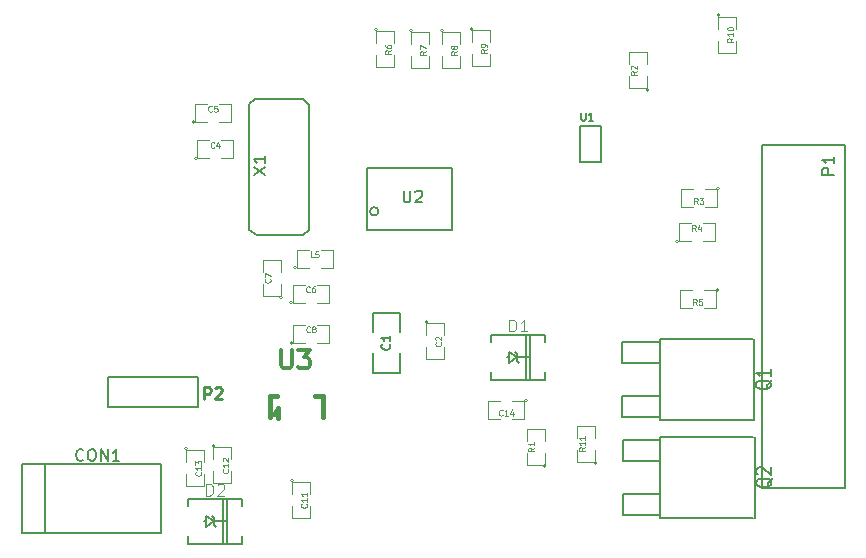
<source format=gto>
G04 (created by PCBNEW (2013-07-07 BZR 4022)-stable) date 8/20/2014 2:47:30 AM*
%MOIN*%
G04 Gerber Fmt 3.4, Leading zero omitted, Abs format*
%FSLAX34Y34*%
G01*
G70*
G90*
G04 APERTURE LIST*
%ADD10C,0.00590551*%
%ADD11C,0.0039*%
%ADD12C,0.005*%
%ADD13C,0.015*%
%ADD14C,0.0043*%
%ADD15C,0.0047*%
%ADD16C,0.008*%
%ADD17C,0.012*%
%ADD18C,0.00984252*%
G04 APERTURE END LIST*
G54D10*
G54D11*
X81900Y-36668D02*
G75*
G03X81900Y-36668I-50J0D01*
G74*
G01*
X81400Y-36668D02*
X81800Y-36668D01*
X81800Y-36668D02*
X81800Y-37268D01*
X81800Y-37268D02*
X81400Y-37268D01*
X81000Y-37268D02*
X80600Y-37268D01*
X80600Y-37268D02*
X80600Y-36668D01*
X80600Y-36668D02*
X81000Y-36668D01*
X67722Y-43031D02*
G75*
G03X67722Y-43031I-50J0D01*
G74*
G01*
X67672Y-43481D02*
X67672Y-43081D01*
X67672Y-43081D02*
X68272Y-43081D01*
X68272Y-43081D02*
X68272Y-43481D01*
X68272Y-43881D02*
X68272Y-44281D01*
X68272Y-44281D02*
X67672Y-44281D01*
X67672Y-44281D02*
X67672Y-43881D01*
X64198Y-41968D02*
G75*
G03X64198Y-41968I-50J0D01*
G74*
G01*
X64148Y-42418D02*
X64148Y-42018D01*
X64148Y-42018D02*
X64748Y-42018D01*
X64748Y-42018D02*
X64748Y-42418D01*
X64748Y-42818D02*
X64748Y-43218D01*
X64748Y-43218D02*
X64148Y-43218D01*
X64148Y-43218D02*
X64148Y-42818D01*
X65104Y-41869D02*
G75*
G03X65104Y-41869I-50J0D01*
G74*
G01*
X65054Y-42319D02*
X65054Y-41919D01*
X65054Y-41919D02*
X65654Y-41919D01*
X65654Y-41919D02*
X65654Y-42319D01*
X65654Y-42719D02*
X65654Y-43119D01*
X65654Y-43119D02*
X65054Y-43119D01*
X65054Y-43119D02*
X65054Y-42719D01*
X80561Y-35053D02*
G75*
G03X80561Y-35053I-50J0D01*
G74*
G01*
X80961Y-35053D02*
X80561Y-35053D01*
X80561Y-35053D02*
X80561Y-34453D01*
X80561Y-34453D02*
X80961Y-34453D01*
X81361Y-34453D02*
X81761Y-34453D01*
X81761Y-34453D02*
X81761Y-35053D01*
X81761Y-35053D02*
X81361Y-35053D01*
X81930Y-33302D02*
G75*
G03X81930Y-33302I-50J0D01*
G74*
G01*
X81430Y-33302D02*
X81830Y-33302D01*
X81830Y-33302D02*
X81830Y-33902D01*
X81830Y-33902D02*
X81430Y-33902D01*
X81030Y-33902D02*
X80630Y-33902D01*
X80630Y-33902D02*
X80630Y-33302D01*
X80630Y-33302D02*
X81030Y-33302D01*
X79566Y-30004D02*
G75*
G03X79566Y-30004I-50J0D01*
G74*
G01*
X79516Y-29554D02*
X79516Y-29954D01*
X79516Y-29954D02*
X78916Y-29954D01*
X78916Y-29954D02*
X78916Y-29554D01*
X78916Y-29154D02*
X78916Y-28754D01*
X78916Y-28754D02*
X79516Y-28754D01*
X79516Y-28754D02*
X79516Y-29154D01*
X72198Y-37739D02*
G75*
G03X72198Y-37739I-50J0D01*
G74*
G01*
X72148Y-38189D02*
X72148Y-37789D01*
X72148Y-37789D02*
X72748Y-37789D01*
X72748Y-37789D02*
X72748Y-38189D01*
X72748Y-38589D02*
X72748Y-38989D01*
X72748Y-38989D02*
X72148Y-38989D01*
X72148Y-38989D02*
X72148Y-38589D01*
X67699Y-37091D02*
G75*
G03X67699Y-37091I-50J0D01*
G74*
G01*
X68099Y-37091D02*
X67699Y-37091D01*
X67699Y-37091D02*
X67699Y-36491D01*
X67699Y-36491D02*
X68099Y-36491D01*
X68499Y-36491D02*
X68899Y-36491D01*
X68899Y-36491D02*
X68899Y-37091D01*
X68899Y-37091D02*
X68499Y-37091D01*
X76147Y-42549D02*
G75*
G03X76147Y-42549I-50J0D01*
G74*
G01*
X76097Y-42099D02*
X76097Y-42499D01*
X76097Y-42499D02*
X75497Y-42499D01*
X75497Y-42499D02*
X75497Y-42099D01*
X75497Y-41699D02*
X75497Y-41299D01*
X75497Y-41299D02*
X76097Y-41299D01*
X76097Y-41299D02*
X76097Y-41699D01*
X67707Y-38429D02*
G75*
G03X67707Y-38429I-50J0D01*
G74*
G01*
X68107Y-38429D02*
X67707Y-38429D01*
X67707Y-38429D02*
X67707Y-37829D01*
X67707Y-37829D02*
X68107Y-37829D01*
X68507Y-37829D02*
X68907Y-37829D01*
X68907Y-37829D02*
X68907Y-38429D01*
X68907Y-38429D02*
X68507Y-38429D01*
X67357Y-36921D02*
G75*
G03X67357Y-36921I-50J0D01*
G74*
G01*
X67307Y-36471D02*
X67307Y-36871D01*
X67307Y-36871D02*
X66707Y-36871D01*
X66707Y-36871D02*
X66707Y-36471D01*
X66707Y-36071D02*
X66707Y-35671D01*
X66707Y-35671D02*
X67307Y-35671D01*
X67307Y-35671D02*
X67307Y-36071D01*
X67829Y-35929D02*
G75*
G03X67829Y-35929I-50J0D01*
G74*
G01*
X68229Y-35929D02*
X67829Y-35929D01*
X67829Y-35929D02*
X67829Y-35329D01*
X67829Y-35329D02*
X68229Y-35329D01*
X68629Y-35329D02*
X69029Y-35329D01*
X69029Y-35329D02*
X69029Y-35929D01*
X69029Y-35929D02*
X68629Y-35929D01*
X64439Y-31079D02*
G75*
G03X64439Y-31079I-50J0D01*
G74*
G01*
X64839Y-31079D02*
X64439Y-31079D01*
X64439Y-31079D02*
X64439Y-30479D01*
X64439Y-30479D02*
X64839Y-30479D01*
X65239Y-30479D02*
X65639Y-30479D01*
X65639Y-30479D02*
X65639Y-31079D01*
X65639Y-31079D02*
X65239Y-31079D01*
X64518Y-32288D02*
G75*
G03X64518Y-32288I-50J0D01*
G74*
G01*
X64918Y-32288D02*
X64518Y-32288D01*
X64518Y-32288D02*
X64518Y-31688D01*
X64518Y-31688D02*
X64918Y-31688D01*
X65318Y-31688D02*
X65718Y-31688D01*
X65718Y-31688D02*
X65718Y-32288D01*
X65718Y-32288D02*
X65318Y-32288D01*
G54D12*
X64818Y-44389D02*
X64738Y-44389D01*
X64218Y-43639D02*
X66018Y-43639D01*
X66018Y-43639D02*
X66018Y-43889D01*
X65378Y-45139D02*
X65378Y-43639D01*
X65508Y-45139D02*
X65508Y-43639D01*
X64218Y-44889D02*
X64218Y-45139D01*
X64218Y-45139D02*
X66018Y-45139D01*
X66018Y-45139D02*
X66018Y-44889D01*
X64218Y-43889D02*
X64218Y-43639D01*
X65068Y-44389D02*
X64818Y-44202D01*
X64818Y-44202D02*
X64818Y-44389D01*
X64818Y-44389D02*
X64818Y-44576D01*
X64818Y-44576D02*
X65068Y-44389D01*
X65068Y-44389D02*
X65068Y-44264D01*
X65068Y-44264D02*
X65006Y-44202D01*
X65068Y-44389D02*
X65068Y-44514D01*
X65068Y-44514D02*
X65130Y-44576D01*
X65068Y-44389D02*
X65505Y-44389D01*
G54D11*
X75522Y-40359D02*
G75*
G03X75522Y-40359I-50J0D01*
G74*
G01*
X75022Y-40359D02*
X75422Y-40359D01*
X75422Y-40359D02*
X75422Y-40959D01*
X75422Y-40959D02*
X75022Y-40959D01*
X74622Y-40959D02*
X74222Y-40959D01*
X74222Y-40959D02*
X74222Y-40359D01*
X74222Y-40359D02*
X74622Y-40359D01*
G54D12*
X71288Y-37429D02*
X70388Y-37429D01*
X70388Y-37429D02*
X70388Y-38079D01*
X71288Y-38779D02*
X71288Y-39429D01*
X71288Y-39429D02*
X70388Y-39429D01*
X70388Y-39429D02*
X70388Y-38779D01*
X71288Y-38079D02*
X71288Y-37429D01*
G54D11*
X70527Y-28003D02*
G75*
G03X70527Y-28003I-50J0D01*
G74*
G01*
X70477Y-28453D02*
X70477Y-28053D01*
X70477Y-28053D02*
X71077Y-28053D01*
X71077Y-28053D02*
X71077Y-28453D01*
X71077Y-28853D02*
X71077Y-29253D01*
X71077Y-29253D02*
X70477Y-29253D01*
X70477Y-29253D02*
X70477Y-28853D01*
X72722Y-28033D02*
G75*
G03X72722Y-28033I-50J0D01*
G74*
G01*
X72672Y-28483D02*
X72672Y-28083D01*
X72672Y-28083D02*
X73272Y-28083D01*
X73272Y-28083D02*
X73272Y-28483D01*
X73272Y-28883D02*
X73272Y-29283D01*
X73272Y-29283D02*
X72672Y-29283D01*
X72672Y-29283D02*
X72672Y-28883D01*
X73716Y-27974D02*
G75*
G03X73716Y-27974I-50J0D01*
G74*
G01*
X73666Y-28424D02*
X73666Y-28024D01*
X73666Y-28024D02*
X74266Y-28024D01*
X74266Y-28024D02*
X74266Y-28424D01*
X74266Y-28824D02*
X74266Y-29224D01*
X74266Y-29224D02*
X73666Y-29224D01*
X73666Y-29224D02*
X73666Y-28824D01*
X81935Y-27509D02*
G75*
G03X81935Y-27509I-50J0D01*
G74*
G01*
X81885Y-27959D02*
X81885Y-27559D01*
X81885Y-27559D02*
X82485Y-27559D01*
X82485Y-27559D02*
X82485Y-27959D01*
X82485Y-28359D02*
X82485Y-28759D01*
X82485Y-28759D02*
X81885Y-28759D01*
X81885Y-28759D02*
X81885Y-28359D01*
G54D10*
X70559Y-34051D02*
G75*
G03X70559Y-34051I-141J0D01*
G74*
G01*
X70181Y-32594D02*
X73015Y-32594D01*
X73015Y-32594D02*
X73015Y-34681D01*
X73015Y-34681D02*
X70181Y-34681D01*
X70181Y-34681D02*
X70181Y-32594D01*
G54D12*
X79930Y-40195D02*
X78680Y-40195D01*
X78680Y-40195D02*
X78680Y-40895D01*
X78680Y-40895D02*
X79930Y-40895D01*
X79930Y-38395D02*
X78680Y-38395D01*
X78680Y-38395D02*
X78680Y-39095D01*
X78680Y-39095D02*
X79930Y-39095D01*
X82330Y-40995D02*
X79930Y-40995D01*
X79930Y-40995D02*
X79930Y-38295D01*
X79930Y-38295D02*
X83030Y-38295D01*
X83080Y-38295D02*
X83080Y-40995D01*
X83030Y-40995D02*
X82330Y-40995D01*
G54D11*
X71688Y-28033D02*
G75*
G03X71688Y-28033I-50J0D01*
G74*
G01*
X71638Y-28483D02*
X71638Y-28083D01*
X71638Y-28083D02*
X72238Y-28083D01*
X72238Y-28083D02*
X72238Y-28483D01*
X72238Y-28883D02*
X72238Y-29283D01*
X72238Y-29283D02*
X71638Y-29283D01*
X71638Y-29283D02*
X71638Y-28883D01*
G54D10*
X59429Y-44665D02*
X59429Y-44744D01*
X59429Y-42500D02*
X59429Y-44704D01*
X58661Y-44438D02*
X58661Y-44763D01*
X58661Y-44763D02*
X58769Y-44763D01*
X63120Y-42480D02*
X63307Y-42480D01*
X63307Y-44429D02*
X63307Y-44763D01*
X58779Y-44763D02*
X63267Y-44763D01*
X63307Y-44448D02*
X63307Y-42480D01*
X63149Y-42480D02*
X58661Y-42480D01*
X58661Y-42480D02*
X58661Y-44448D01*
G54D12*
X74916Y-38917D02*
X74836Y-38917D01*
X74316Y-38167D02*
X76116Y-38167D01*
X76116Y-38167D02*
X76116Y-38417D01*
X75476Y-39667D02*
X75476Y-38167D01*
X75606Y-39667D02*
X75606Y-38167D01*
X74316Y-39417D02*
X74316Y-39667D01*
X74316Y-39667D02*
X76116Y-39667D01*
X76116Y-39667D02*
X76116Y-39417D01*
X74316Y-38417D02*
X74316Y-38167D01*
X75166Y-38917D02*
X74916Y-38730D01*
X74916Y-38730D02*
X74916Y-38917D01*
X74916Y-38917D02*
X74916Y-39104D01*
X74916Y-39104D02*
X75166Y-38917D01*
X75166Y-38917D02*
X75166Y-38792D01*
X75166Y-38792D02*
X75104Y-38730D01*
X75166Y-38917D02*
X75166Y-39042D01*
X75166Y-39042D02*
X75228Y-39104D01*
X75166Y-38917D02*
X75603Y-38917D01*
G54D11*
X77838Y-42445D02*
G75*
G03X77838Y-42445I-50J0D01*
G74*
G01*
X77788Y-41995D02*
X77788Y-42395D01*
X77788Y-42395D02*
X77188Y-42395D01*
X77188Y-42395D02*
X77188Y-41995D01*
X77188Y-41595D02*
X77188Y-41195D01*
X77188Y-41195D02*
X77788Y-41195D01*
X77788Y-41195D02*
X77788Y-41595D01*
G54D12*
X79950Y-43463D02*
X78700Y-43463D01*
X78700Y-43463D02*
X78700Y-44163D01*
X78700Y-44163D02*
X79950Y-44163D01*
X79950Y-41663D02*
X78700Y-41663D01*
X78700Y-41663D02*
X78700Y-42363D01*
X78700Y-42363D02*
X79950Y-42363D01*
X82350Y-44263D02*
X79950Y-44263D01*
X79950Y-44263D02*
X79950Y-41563D01*
X79950Y-41563D02*
X83050Y-41563D01*
X83100Y-41563D02*
X83100Y-44263D01*
X83050Y-44263D02*
X82350Y-44263D01*
X77277Y-31201D02*
X77977Y-31201D01*
X77977Y-31201D02*
X77977Y-32401D01*
X77977Y-32401D02*
X77277Y-32401D01*
X77277Y-32401D02*
X77277Y-31201D01*
G54D13*
X67066Y-40797D02*
X67164Y-40679D01*
X67164Y-40679D02*
X67204Y-40620D01*
X67204Y-40620D02*
X67204Y-40954D01*
X66928Y-40206D02*
X66928Y-40915D01*
X66928Y-40206D02*
X67184Y-40206D01*
X68700Y-40206D02*
X68700Y-40915D01*
X68700Y-40206D02*
X68444Y-40206D01*
G54D10*
X68228Y-34685D02*
X68031Y-34842D01*
X66259Y-34685D02*
X66496Y-34842D01*
X66456Y-30314D02*
X68031Y-30314D01*
X66456Y-30314D02*
X66259Y-30472D01*
X68031Y-30314D02*
X68228Y-30511D01*
X66259Y-30472D02*
X66259Y-34685D01*
X66496Y-34842D02*
X68031Y-34842D01*
X68228Y-34685D02*
X68228Y-30511D01*
X61539Y-40562D02*
X64539Y-40562D01*
X64539Y-40562D02*
X64539Y-39578D01*
X64539Y-39578D02*
X61539Y-39578D01*
X61539Y-39578D02*
X61539Y-40562D01*
X86098Y-31846D02*
X86098Y-43263D01*
X86098Y-43263D02*
X83342Y-43263D01*
X83342Y-43263D02*
X83342Y-31846D01*
X83342Y-31846D02*
X86098Y-31846D01*
G54D14*
X81167Y-37173D02*
X81102Y-37079D01*
X81055Y-37173D02*
X81055Y-36976D01*
X81130Y-36976D01*
X81149Y-36985D01*
X81158Y-36995D01*
X81167Y-37013D01*
X81167Y-37041D01*
X81158Y-37060D01*
X81149Y-37070D01*
X81130Y-37079D01*
X81055Y-37079D01*
X81346Y-36976D02*
X81252Y-36976D01*
X81243Y-37070D01*
X81252Y-37060D01*
X81271Y-37051D01*
X81318Y-37051D01*
X81336Y-37060D01*
X81346Y-37070D01*
X81355Y-37088D01*
X81355Y-37135D01*
X81346Y-37154D01*
X81336Y-37163D01*
X81318Y-37173D01*
X81271Y-37173D01*
X81252Y-37163D01*
X81243Y-37154D01*
X68158Y-43807D02*
X68167Y-43817D01*
X68177Y-43845D01*
X68177Y-43864D01*
X68167Y-43892D01*
X68149Y-43910D01*
X68130Y-43920D01*
X68092Y-43929D01*
X68064Y-43929D01*
X68027Y-43920D01*
X68008Y-43910D01*
X67989Y-43892D01*
X67980Y-43864D01*
X67980Y-43845D01*
X67989Y-43817D01*
X67998Y-43807D01*
X68177Y-43620D02*
X68177Y-43732D01*
X68177Y-43676D02*
X67980Y-43676D01*
X68008Y-43695D01*
X68027Y-43713D01*
X68036Y-43732D01*
X68177Y-43432D02*
X68177Y-43545D01*
X68177Y-43488D02*
X67980Y-43488D01*
X68008Y-43507D01*
X68027Y-43526D01*
X68036Y-43545D01*
X64634Y-42744D02*
X64644Y-42754D01*
X64653Y-42782D01*
X64653Y-42801D01*
X64644Y-42829D01*
X64625Y-42847D01*
X64606Y-42857D01*
X64569Y-42866D01*
X64540Y-42866D01*
X64503Y-42857D01*
X64484Y-42847D01*
X64465Y-42829D01*
X64456Y-42801D01*
X64456Y-42782D01*
X64465Y-42754D01*
X64475Y-42744D01*
X64653Y-42557D02*
X64653Y-42669D01*
X64653Y-42613D02*
X64456Y-42613D01*
X64484Y-42632D01*
X64503Y-42650D01*
X64512Y-42669D01*
X64456Y-42491D02*
X64456Y-42369D01*
X64531Y-42435D01*
X64531Y-42407D01*
X64540Y-42388D01*
X64550Y-42378D01*
X64569Y-42369D01*
X64616Y-42369D01*
X64634Y-42378D01*
X64644Y-42388D01*
X64653Y-42407D01*
X64653Y-42463D01*
X64644Y-42482D01*
X64634Y-42491D01*
X65540Y-42646D02*
X65549Y-42655D01*
X65559Y-42683D01*
X65559Y-42702D01*
X65549Y-42730D01*
X65530Y-42749D01*
X65512Y-42758D01*
X65474Y-42768D01*
X65446Y-42768D01*
X65408Y-42758D01*
X65390Y-42749D01*
X65371Y-42730D01*
X65362Y-42702D01*
X65362Y-42683D01*
X65371Y-42655D01*
X65380Y-42646D01*
X65559Y-42458D02*
X65559Y-42571D01*
X65559Y-42514D02*
X65362Y-42514D01*
X65390Y-42533D01*
X65408Y-42552D01*
X65418Y-42571D01*
X65380Y-42383D02*
X65371Y-42374D01*
X65362Y-42355D01*
X65362Y-42308D01*
X65371Y-42289D01*
X65380Y-42280D01*
X65399Y-42271D01*
X65418Y-42271D01*
X65446Y-42280D01*
X65559Y-42393D01*
X65559Y-42271D01*
X81128Y-34708D02*
X81062Y-34614D01*
X81016Y-34708D02*
X81016Y-34511D01*
X81091Y-34511D01*
X81109Y-34521D01*
X81119Y-34530D01*
X81128Y-34549D01*
X81128Y-34577D01*
X81119Y-34596D01*
X81109Y-34605D01*
X81091Y-34614D01*
X81016Y-34614D01*
X81297Y-34577D02*
X81297Y-34708D01*
X81250Y-34502D02*
X81203Y-34643D01*
X81325Y-34643D01*
X81197Y-33807D02*
X81131Y-33713D01*
X81084Y-33807D02*
X81084Y-33610D01*
X81159Y-33610D01*
X81178Y-33619D01*
X81188Y-33628D01*
X81197Y-33647D01*
X81197Y-33675D01*
X81188Y-33694D01*
X81178Y-33703D01*
X81159Y-33713D01*
X81084Y-33713D01*
X81263Y-33610D02*
X81385Y-33610D01*
X81319Y-33685D01*
X81347Y-33685D01*
X81366Y-33694D01*
X81375Y-33703D01*
X81385Y-33722D01*
X81385Y-33769D01*
X81375Y-33788D01*
X81366Y-33797D01*
X81347Y-33807D01*
X81291Y-33807D01*
X81272Y-33797D01*
X81263Y-33788D01*
X79171Y-29387D02*
X79077Y-29452D01*
X79171Y-29499D02*
X78974Y-29499D01*
X78974Y-29424D01*
X78983Y-29405D01*
X78993Y-29396D01*
X79011Y-29387D01*
X79039Y-29387D01*
X79058Y-29396D01*
X79068Y-29405D01*
X79077Y-29424D01*
X79077Y-29499D01*
X78993Y-29312D02*
X78983Y-29302D01*
X78974Y-29283D01*
X78974Y-29237D01*
X78983Y-29218D01*
X78993Y-29208D01*
X79011Y-29199D01*
X79030Y-29199D01*
X79058Y-29208D01*
X79171Y-29321D01*
X79171Y-29199D01*
X72634Y-38422D02*
X72644Y-38431D01*
X72653Y-38460D01*
X72653Y-38478D01*
X72644Y-38507D01*
X72625Y-38525D01*
X72606Y-38535D01*
X72569Y-38544D01*
X72540Y-38544D01*
X72503Y-38535D01*
X72484Y-38525D01*
X72465Y-38507D01*
X72456Y-38478D01*
X72456Y-38460D01*
X72465Y-38431D01*
X72475Y-38422D01*
X72475Y-38347D02*
X72465Y-38338D01*
X72456Y-38319D01*
X72456Y-38272D01*
X72465Y-38253D01*
X72475Y-38244D01*
X72494Y-38234D01*
X72512Y-38234D01*
X72540Y-38244D01*
X72653Y-38356D01*
X72653Y-38234D01*
X68266Y-36727D02*
X68256Y-36736D01*
X68228Y-36746D01*
X68210Y-36746D01*
X68181Y-36736D01*
X68163Y-36717D01*
X68153Y-36699D01*
X68144Y-36661D01*
X68144Y-36633D01*
X68153Y-36595D01*
X68163Y-36577D01*
X68181Y-36558D01*
X68210Y-36549D01*
X68228Y-36549D01*
X68256Y-36558D01*
X68266Y-36567D01*
X68435Y-36549D02*
X68397Y-36549D01*
X68378Y-36558D01*
X68369Y-36567D01*
X68350Y-36595D01*
X68341Y-36633D01*
X68341Y-36708D01*
X68350Y-36727D01*
X68360Y-36736D01*
X68378Y-36746D01*
X68416Y-36746D01*
X68435Y-36736D01*
X68444Y-36727D01*
X68453Y-36708D01*
X68453Y-36661D01*
X68444Y-36642D01*
X68435Y-36633D01*
X68416Y-36624D01*
X68378Y-36624D01*
X68360Y-36633D01*
X68350Y-36642D01*
X68341Y-36661D01*
X75751Y-41932D02*
X75658Y-41998D01*
X75751Y-42045D02*
X75554Y-42045D01*
X75554Y-41969D01*
X75564Y-41951D01*
X75573Y-41941D01*
X75592Y-41932D01*
X75620Y-41932D01*
X75639Y-41941D01*
X75648Y-41951D01*
X75658Y-41969D01*
X75658Y-42045D01*
X75751Y-41744D02*
X75751Y-41857D01*
X75751Y-41801D02*
X75554Y-41801D01*
X75583Y-41819D01*
X75601Y-41838D01*
X75611Y-41857D01*
X68274Y-38065D02*
X68264Y-38075D01*
X68236Y-38084D01*
X68217Y-38084D01*
X68189Y-38075D01*
X68171Y-38056D01*
X68161Y-38037D01*
X68152Y-38000D01*
X68152Y-37972D01*
X68161Y-37934D01*
X68171Y-37915D01*
X68189Y-37897D01*
X68217Y-37887D01*
X68236Y-37887D01*
X68264Y-37897D01*
X68274Y-37906D01*
X68386Y-37972D02*
X68368Y-37962D01*
X68358Y-37953D01*
X68349Y-37934D01*
X68349Y-37925D01*
X68358Y-37906D01*
X68368Y-37897D01*
X68386Y-37887D01*
X68424Y-37887D01*
X68443Y-37897D01*
X68452Y-37906D01*
X68461Y-37925D01*
X68461Y-37934D01*
X68452Y-37953D01*
X68443Y-37962D01*
X68424Y-37972D01*
X68386Y-37972D01*
X68368Y-37981D01*
X68358Y-37990D01*
X68349Y-38009D01*
X68349Y-38047D01*
X68358Y-38065D01*
X68368Y-38075D01*
X68386Y-38084D01*
X68424Y-38084D01*
X68443Y-38075D01*
X68452Y-38065D01*
X68461Y-38047D01*
X68461Y-38009D01*
X68452Y-37990D01*
X68443Y-37981D01*
X68424Y-37972D01*
X66943Y-36304D02*
X66953Y-36313D01*
X66962Y-36342D01*
X66962Y-36360D01*
X66953Y-36388D01*
X66934Y-36407D01*
X66915Y-36417D01*
X66878Y-36426D01*
X66850Y-36426D01*
X66812Y-36417D01*
X66793Y-36407D01*
X66774Y-36388D01*
X66765Y-36360D01*
X66765Y-36342D01*
X66774Y-36313D01*
X66784Y-36304D01*
X66765Y-36238D02*
X66765Y-36107D01*
X66962Y-36191D01*
X68396Y-35584D02*
X68302Y-35584D01*
X68302Y-35387D01*
X68555Y-35387D02*
X68461Y-35387D01*
X68452Y-35481D01*
X68461Y-35472D01*
X68480Y-35462D01*
X68527Y-35462D01*
X68546Y-35472D01*
X68555Y-35481D01*
X68565Y-35500D01*
X68565Y-35547D01*
X68555Y-35565D01*
X68546Y-35575D01*
X68527Y-35584D01*
X68480Y-35584D01*
X68461Y-35575D01*
X68452Y-35565D01*
X65006Y-30715D02*
X64997Y-30724D01*
X64969Y-30734D01*
X64950Y-30734D01*
X64922Y-30724D01*
X64903Y-30706D01*
X64893Y-30687D01*
X64884Y-30649D01*
X64884Y-30621D01*
X64893Y-30584D01*
X64903Y-30565D01*
X64922Y-30546D01*
X64950Y-30537D01*
X64969Y-30537D01*
X64997Y-30546D01*
X65006Y-30556D01*
X65184Y-30537D02*
X65090Y-30537D01*
X65081Y-30631D01*
X65090Y-30621D01*
X65109Y-30612D01*
X65156Y-30612D01*
X65175Y-30621D01*
X65184Y-30631D01*
X65194Y-30649D01*
X65194Y-30696D01*
X65184Y-30715D01*
X65175Y-30724D01*
X65156Y-30734D01*
X65109Y-30734D01*
X65090Y-30724D01*
X65081Y-30715D01*
X65085Y-31924D02*
X65075Y-31933D01*
X65047Y-31942D01*
X65028Y-31942D01*
X65000Y-31933D01*
X64982Y-31914D01*
X64972Y-31896D01*
X64963Y-31858D01*
X64963Y-31830D01*
X64972Y-31792D01*
X64982Y-31774D01*
X65000Y-31755D01*
X65028Y-31745D01*
X65047Y-31745D01*
X65075Y-31755D01*
X65085Y-31764D01*
X65254Y-31811D02*
X65254Y-31942D01*
X65207Y-31736D02*
X65160Y-31877D01*
X65282Y-31877D01*
G54D15*
X64827Y-43525D02*
X64827Y-43131D01*
X64921Y-43131D01*
X64977Y-43150D01*
X65014Y-43187D01*
X65033Y-43225D01*
X65052Y-43300D01*
X65052Y-43356D01*
X65033Y-43431D01*
X65014Y-43468D01*
X64977Y-43506D01*
X64921Y-43525D01*
X64827Y-43525D01*
X65202Y-43168D02*
X65221Y-43150D01*
X65258Y-43131D01*
X65352Y-43131D01*
X65390Y-43150D01*
X65408Y-43168D01*
X65427Y-43206D01*
X65427Y-43243D01*
X65408Y-43300D01*
X65183Y-43525D01*
X65427Y-43525D01*
G54D14*
X74696Y-40845D02*
X74686Y-40854D01*
X74658Y-40864D01*
X74639Y-40864D01*
X74611Y-40854D01*
X74593Y-40836D01*
X74583Y-40817D01*
X74574Y-40779D01*
X74574Y-40751D01*
X74583Y-40714D01*
X74593Y-40695D01*
X74611Y-40676D01*
X74639Y-40667D01*
X74658Y-40667D01*
X74686Y-40676D01*
X74696Y-40685D01*
X74883Y-40864D02*
X74771Y-40864D01*
X74827Y-40864D02*
X74827Y-40667D01*
X74808Y-40695D01*
X74790Y-40714D01*
X74771Y-40723D01*
X75052Y-40732D02*
X75052Y-40864D01*
X75005Y-40657D02*
X74958Y-40798D01*
X75080Y-40798D01*
G54D12*
X70931Y-38479D02*
X70945Y-38493D01*
X70960Y-38536D01*
X70960Y-38564D01*
X70945Y-38607D01*
X70917Y-38636D01*
X70888Y-38650D01*
X70831Y-38664D01*
X70788Y-38664D01*
X70731Y-38650D01*
X70702Y-38636D01*
X70674Y-38607D01*
X70660Y-38564D01*
X70660Y-38536D01*
X70674Y-38493D01*
X70688Y-38479D01*
X70960Y-38193D02*
X70960Y-38364D01*
X70960Y-38279D02*
X70660Y-38279D01*
X70702Y-38307D01*
X70731Y-38336D01*
X70745Y-38364D01*
G54D14*
X70982Y-28686D02*
X70888Y-28752D01*
X70982Y-28798D02*
X70785Y-28798D01*
X70785Y-28723D01*
X70794Y-28705D01*
X70804Y-28695D01*
X70822Y-28686D01*
X70850Y-28686D01*
X70869Y-28695D01*
X70879Y-28705D01*
X70888Y-28723D01*
X70888Y-28798D01*
X70785Y-28517D02*
X70785Y-28555D01*
X70794Y-28573D01*
X70804Y-28583D01*
X70832Y-28601D01*
X70869Y-28611D01*
X70944Y-28611D01*
X70963Y-28601D01*
X70972Y-28592D01*
X70982Y-28573D01*
X70982Y-28536D01*
X70972Y-28517D01*
X70963Y-28508D01*
X70944Y-28498D01*
X70897Y-28498D01*
X70879Y-28508D01*
X70869Y-28517D01*
X70860Y-28536D01*
X70860Y-28573D01*
X70869Y-28592D01*
X70879Y-28601D01*
X70897Y-28611D01*
X73177Y-28715D02*
X73083Y-28781D01*
X73177Y-28828D02*
X72980Y-28828D01*
X72980Y-28753D01*
X72989Y-28734D01*
X72998Y-28725D01*
X73017Y-28715D01*
X73045Y-28715D01*
X73064Y-28725D01*
X73073Y-28734D01*
X73083Y-28753D01*
X73083Y-28828D01*
X73064Y-28603D02*
X73055Y-28622D01*
X73045Y-28631D01*
X73027Y-28640D01*
X73017Y-28640D01*
X72998Y-28631D01*
X72989Y-28622D01*
X72980Y-28603D01*
X72980Y-28565D01*
X72989Y-28547D01*
X72998Y-28537D01*
X73017Y-28528D01*
X73027Y-28528D01*
X73045Y-28537D01*
X73055Y-28547D01*
X73064Y-28565D01*
X73064Y-28603D01*
X73073Y-28622D01*
X73083Y-28631D01*
X73102Y-28640D01*
X73139Y-28640D01*
X73158Y-28631D01*
X73167Y-28622D01*
X73177Y-28603D01*
X73177Y-28565D01*
X73167Y-28547D01*
X73158Y-28537D01*
X73139Y-28528D01*
X73102Y-28528D01*
X73083Y-28537D01*
X73073Y-28547D01*
X73064Y-28565D01*
X74171Y-28656D02*
X74077Y-28722D01*
X74171Y-28769D02*
X73974Y-28769D01*
X73974Y-28694D01*
X73983Y-28675D01*
X73993Y-28666D01*
X74011Y-28656D01*
X74039Y-28656D01*
X74058Y-28666D01*
X74068Y-28675D01*
X74077Y-28694D01*
X74077Y-28769D01*
X74171Y-28563D02*
X74171Y-28525D01*
X74161Y-28506D01*
X74152Y-28497D01*
X74124Y-28478D01*
X74086Y-28469D01*
X74011Y-28469D01*
X73993Y-28478D01*
X73983Y-28487D01*
X73974Y-28506D01*
X73974Y-28544D01*
X73983Y-28563D01*
X73993Y-28572D01*
X74011Y-28581D01*
X74058Y-28581D01*
X74077Y-28572D01*
X74086Y-28563D01*
X74096Y-28544D01*
X74096Y-28506D01*
X74086Y-28487D01*
X74077Y-28478D01*
X74058Y-28469D01*
X82389Y-28286D02*
X82295Y-28351D01*
X82389Y-28398D02*
X82192Y-28398D01*
X82192Y-28323D01*
X82202Y-28304D01*
X82211Y-28295D01*
X82230Y-28286D01*
X82258Y-28286D01*
X82277Y-28295D01*
X82286Y-28304D01*
X82295Y-28323D01*
X82295Y-28398D01*
X82389Y-28098D02*
X82389Y-28211D01*
X82389Y-28154D02*
X82192Y-28154D01*
X82220Y-28173D01*
X82239Y-28192D01*
X82249Y-28211D01*
X82192Y-27976D02*
X82192Y-27957D01*
X82202Y-27938D01*
X82211Y-27929D01*
X82230Y-27920D01*
X82267Y-27910D01*
X82314Y-27910D01*
X82352Y-27920D01*
X82371Y-27929D01*
X82380Y-27938D01*
X82389Y-27957D01*
X82389Y-27976D01*
X82380Y-27995D01*
X82371Y-28004D01*
X82352Y-28014D01*
X82314Y-28023D01*
X82267Y-28023D01*
X82230Y-28014D01*
X82211Y-28004D01*
X82202Y-27995D01*
X82192Y-27976D01*
G54D10*
X71396Y-33364D02*
X71396Y-33682D01*
X71415Y-33720D01*
X71434Y-33739D01*
X71471Y-33757D01*
X71546Y-33757D01*
X71584Y-33739D01*
X71603Y-33720D01*
X71621Y-33682D01*
X71621Y-33364D01*
X71790Y-33401D02*
X71809Y-33382D01*
X71846Y-33364D01*
X71940Y-33364D01*
X71978Y-33382D01*
X71996Y-33401D01*
X72015Y-33439D01*
X72015Y-33476D01*
X71996Y-33532D01*
X71771Y-33757D01*
X72015Y-33757D01*
G54D16*
X83680Y-39683D02*
X83656Y-39721D01*
X83609Y-39759D01*
X83537Y-39817D01*
X83514Y-39855D01*
X83514Y-39893D01*
X83633Y-39874D02*
X83609Y-39912D01*
X83561Y-39950D01*
X83466Y-39969D01*
X83299Y-39969D01*
X83204Y-39950D01*
X83156Y-39912D01*
X83133Y-39874D01*
X83133Y-39798D01*
X83156Y-39759D01*
X83204Y-39721D01*
X83299Y-39702D01*
X83466Y-39702D01*
X83561Y-39721D01*
X83609Y-39759D01*
X83633Y-39798D01*
X83633Y-39874D01*
X83633Y-39321D02*
X83633Y-39550D01*
X83633Y-39436D02*
X83133Y-39436D01*
X83204Y-39474D01*
X83252Y-39512D01*
X83275Y-39550D01*
G54D14*
X72143Y-28715D02*
X72049Y-28781D01*
X72143Y-28828D02*
X71946Y-28828D01*
X71946Y-28753D01*
X71956Y-28734D01*
X71965Y-28725D01*
X71984Y-28715D01*
X72012Y-28715D01*
X72031Y-28725D01*
X72040Y-28734D01*
X72049Y-28753D01*
X72049Y-28828D01*
X71946Y-28650D02*
X71946Y-28518D01*
X72143Y-28603D01*
G54D10*
X60722Y-42336D02*
X60703Y-42355D01*
X60647Y-42373D01*
X60610Y-42373D01*
X60553Y-42355D01*
X60516Y-42317D01*
X60497Y-42280D01*
X60479Y-42205D01*
X60479Y-42148D01*
X60497Y-42073D01*
X60516Y-42036D01*
X60553Y-41998D01*
X60610Y-41980D01*
X60647Y-41980D01*
X60703Y-41998D01*
X60722Y-42017D01*
X60966Y-41980D02*
X61041Y-41980D01*
X61078Y-41998D01*
X61116Y-42036D01*
X61135Y-42111D01*
X61135Y-42242D01*
X61116Y-42317D01*
X61078Y-42355D01*
X61041Y-42373D01*
X60966Y-42373D01*
X60928Y-42355D01*
X60891Y-42317D01*
X60872Y-42242D01*
X60872Y-42111D01*
X60891Y-42036D01*
X60928Y-41998D01*
X60966Y-41980D01*
X61303Y-42373D02*
X61303Y-41980D01*
X61528Y-42373D01*
X61528Y-41980D01*
X61922Y-42373D02*
X61697Y-42373D01*
X61810Y-42373D02*
X61810Y-41980D01*
X61772Y-42036D01*
X61735Y-42073D01*
X61697Y-42092D01*
G54D15*
X74925Y-38052D02*
X74925Y-37658D01*
X75019Y-37658D01*
X75075Y-37677D01*
X75113Y-37715D01*
X75132Y-37752D01*
X75150Y-37827D01*
X75150Y-37883D01*
X75132Y-37958D01*
X75113Y-37996D01*
X75075Y-38034D01*
X75019Y-38052D01*
X74925Y-38052D01*
X75526Y-38052D02*
X75300Y-38052D01*
X75413Y-38052D02*
X75413Y-37658D01*
X75376Y-37715D01*
X75338Y-37752D01*
X75300Y-37771D01*
G54D14*
X77442Y-41921D02*
X77349Y-41987D01*
X77442Y-42034D02*
X77245Y-42034D01*
X77245Y-41959D01*
X77255Y-41940D01*
X77264Y-41931D01*
X77283Y-41921D01*
X77311Y-41921D01*
X77330Y-41931D01*
X77339Y-41940D01*
X77349Y-41959D01*
X77349Y-42034D01*
X77442Y-41734D02*
X77442Y-41846D01*
X77442Y-41790D02*
X77245Y-41790D01*
X77274Y-41809D01*
X77292Y-41828D01*
X77302Y-41846D01*
X77442Y-41546D02*
X77442Y-41659D01*
X77442Y-41602D02*
X77245Y-41602D01*
X77274Y-41621D01*
X77292Y-41640D01*
X77302Y-41659D01*
G54D16*
X83700Y-42951D02*
X83676Y-42989D01*
X83628Y-43027D01*
X83557Y-43084D01*
X83533Y-43122D01*
X83533Y-43161D01*
X83652Y-43141D02*
X83628Y-43180D01*
X83581Y-43218D01*
X83486Y-43237D01*
X83319Y-43237D01*
X83224Y-43218D01*
X83176Y-43180D01*
X83152Y-43141D01*
X83152Y-43065D01*
X83176Y-43027D01*
X83224Y-42989D01*
X83319Y-42970D01*
X83486Y-42970D01*
X83581Y-42989D01*
X83628Y-43027D01*
X83652Y-43065D01*
X83652Y-43141D01*
X83200Y-42818D02*
X83176Y-42799D01*
X83152Y-42761D01*
X83152Y-42665D01*
X83176Y-42627D01*
X83200Y-42608D01*
X83248Y-42589D01*
X83295Y-42589D01*
X83367Y-42608D01*
X83652Y-42837D01*
X83652Y-42589D01*
G54D12*
X77319Y-30786D02*
X77319Y-30988D01*
X77331Y-31012D01*
X77343Y-31024D01*
X77367Y-31036D01*
X77414Y-31036D01*
X77438Y-31024D01*
X77450Y-31012D01*
X77462Y-30988D01*
X77462Y-30786D01*
X77712Y-31036D02*
X77569Y-31036D01*
X77640Y-31036D02*
X77640Y-30786D01*
X77617Y-30822D01*
X77593Y-30845D01*
X77569Y-30857D01*
G54D17*
X67318Y-38688D02*
X67318Y-39174D01*
X67347Y-39231D01*
X67375Y-39259D01*
X67433Y-39288D01*
X67547Y-39288D01*
X67604Y-39259D01*
X67633Y-39231D01*
X67661Y-39174D01*
X67661Y-38688D01*
X67890Y-38688D02*
X68261Y-38688D01*
X68061Y-38916D01*
X68147Y-38916D01*
X68204Y-38945D01*
X68233Y-38974D01*
X68261Y-39031D01*
X68261Y-39174D01*
X68233Y-39231D01*
X68204Y-39259D01*
X68147Y-39288D01*
X67975Y-39288D01*
X67918Y-39259D01*
X67890Y-39231D01*
G54D10*
X66399Y-32830D02*
X66793Y-32568D01*
X66399Y-32568D02*
X66793Y-32830D01*
X66793Y-32211D02*
X66793Y-32436D01*
X66793Y-32324D02*
X66399Y-32324D01*
X66455Y-32361D01*
X66493Y-32399D01*
X66511Y-32436D01*
G54D18*
X64744Y-40312D02*
X64744Y-39919D01*
X64894Y-39919D01*
X64932Y-39937D01*
X64951Y-39956D01*
X64969Y-39994D01*
X64969Y-40050D01*
X64951Y-40087D01*
X64932Y-40106D01*
X64894Y-40125D01*
X64744Y-40125D01*
X65119Y-39956D02*
X65138Y-39937D01*
X65176Y-39919D01*
X65269Y-39919D01*
X65307Y-39937D01*
X65326Y-39956D01*
X65344Y-39994D01*
X65344Y-40031D01*
X65326Y-40087D01*
X65101Y-40312D01*
X65344Y-40312D01*
G54D10*
X85745Y-32826D02*
X85352Y-32826D01*
X85352Y-32676D01*
X85371Y-32638D01*
X85389Y-32619D01*
X85427Y-32601D01*
X85483Y-32601D01*
X85520Y-32619D01*
X85539Y-32638D01*
X85558Y-32676D01*
X85558Y-32826D01*
X85745Y-32226D02*
X85745Y-32451D01*
X85745Y-32338D02*
X85352Y-32338D01*
X85408Y-32376D01*
X85446Y-32413D01*
X85464Y-32451D01*
M02*

</source>
